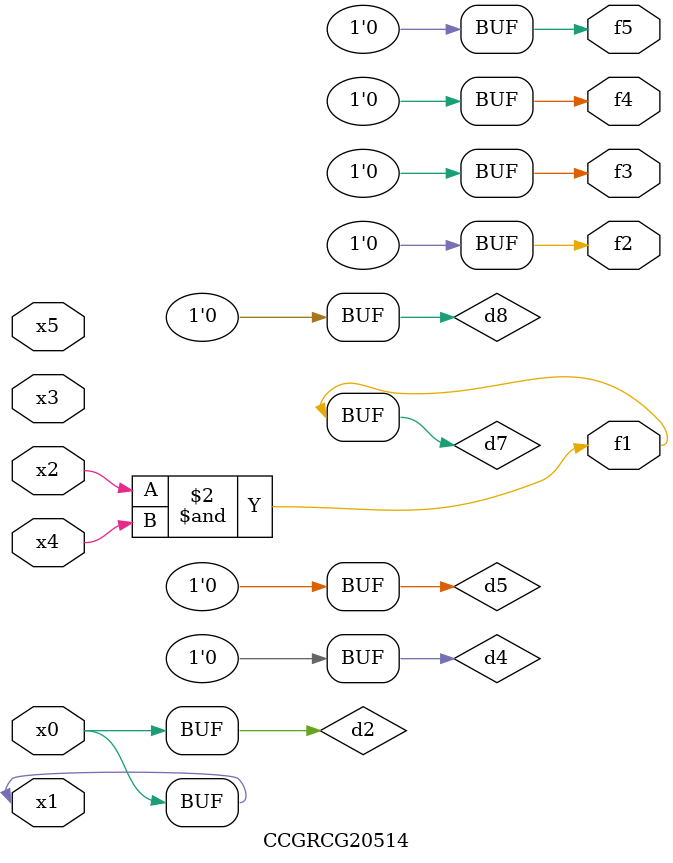
<source format=v>
module CCGRCG20514(
	input x0, x1, x2, x3, x4, x5,
	output f1, f2, f3, f4, f5
);

	wire d1, d2, d3, d4, d5, d6, d7, d8, d9;

	nand (d1, x1);
	buf (d2, x0, x1);
	nand (d3, x2, x4);
	and (d4, d1, d2);
	and (d5, d1, d2);
	nand (d6, d1, d3);
	not (d7, d3);
	xor (d8, d5);
	nor (d9, d5, d6);
	assign f1 = d7;
	assign f2 = d8;
	assign f3 = d8;
	assign f4 = d8;
	assign f5 = d8;
endmodule

</source>
